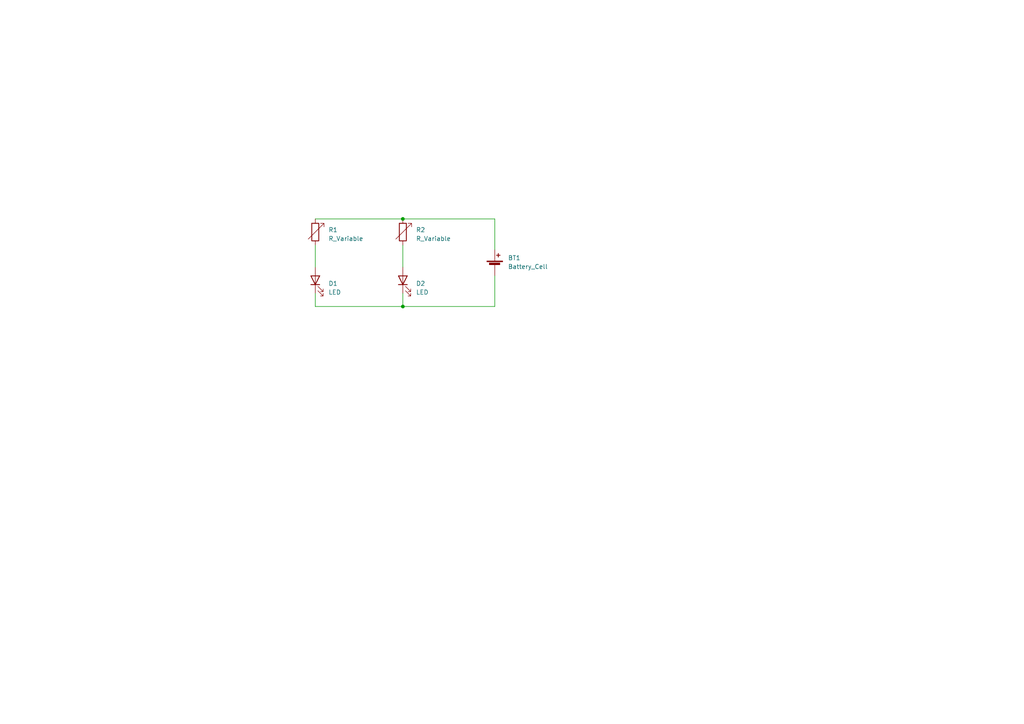
<source format=kicad_sch>
(kicad_sch (version 20230121) (generator eeschema)
  (paper "A4")
  (lib_symbols
    (symbol "Device:Battery_Cell" (pin_numbers hide) (pin_names (offset 0) hide)
      (property "Reference" "BT" (at 2.54 2.54 0))
      (property "Value" "Battery_Cell" (at 2.54 0 0))
      (symbol "Battery_Cell_0_1"
        (rectangle (start -2.286 1.778) (end 2.286 1.524) (fill (type outline)))
        (rectangle (start -1.5748 1.1938) (end 1.4732 0.6858) (fill (type outline)))
        (polyline (pts (xy 0 0.762) (xy 0 0)))
        (polyline (pts (xy 0 1.778) (xy 0 2.54)))
        (polyline (pts (xy 0.508 3.429) (xy 1.524 3.429)) (stroke (width 0.254)))
        (polyline (pts (xy 1.016 3.937) (xy 1.016 2.921)) (stroke (width 0.254)))
      )
      (symbol "Battery_Cell_1_1"
        (pin passive line (at 0 5.08 270) (length 2.54) (name "+") (number "1"))
        (pin passive line (at 0 -2.54 90) (length 2.54) (name "-") (number "2"))
      )
    )
    (symbol "Device:LED" (pin_numbers hide) (pin_names (offset 1.016) hide)
      (property "Reference" "D" (at 0 2.54 0))
      (property "Value" "LED" (at 0 -2.54 0))
      (symbol "LED_0_1"
        (polyline (pts (xy -1.27 -1.27) (xy -1.27 1.27)) (stroke (width 0.254)))
        (polyline (pts (xy -1.27 0) (xy 1.27 0)))
        (polyline (pts (xy 1.27 -1.27) (xy 1.27 1.27) (xy -1.27 0) (xy 1.27 -1.27)) (stroke (width 0.254)))
        (polyline (pts (xy -3.048 -0.762) (xy -4.572 -2.286) (xy -3.81 -2.286) (xy -4.572 -2.286) (xy -4.572 -1.524)))
        (polyline (pts (xy -1.778 -0.762) (xy -3.302 -2.286) (xy -2.54 -2.286) (xy -3.302 -2.286) (xy -3.302 -1.524)))
      )
      (symbol "LED_1_1"
        (pin passive line (at -3.81 0 0) (length 2.54) (name "K") (number "1"))
        (pin passive line (at 3.81 0 180) (length 2.54) (name "A") (number "2"))
      )
    )
    (symbol "Device:R_Variable" (pin_numbers hide) (pin_names (offset 0))
      (property "Reference" "R" (at 2.54 -2.54 90))
      (property "Value" "R_Variable" (at -2.54 -1.27 90))
      (symbol "R_Variable_0_1"
        (rectangle (start -1.016 -2.54) (end 1.016 2.54) (stroke (width 0.254)))
        (polyline (pts (xy 2.54 1.524) (xy 2.54 2.54) (xy 1.524 2.54) (xy 2.54 2.54) (xy -2.032 -2.032)))
      )
      (symbol "R_Variable_1_1"
        (pin passive line (at 0 3.81 270) (length 1.27) (name "~") (number "1"))
        (pin passive line (at 0 -3.81 90) (length 1.27) (name "~") (number "2"))
      )
    )
  )
  (junction (at 116.84 88.9))
  (junction (at 116.84 63.5))
  (wire (pts (xy 143.51 72.39) (xy 143.51 63.5)))
  (wire (pts (xy 116.84 88.9) (xy 143.51 88.9)))
  (wire (pts (xy 116.84 88.9) (xy 116.84 85.09)))
  (wire (pts (xy 91.44 63.5) (xy 116.84 63.5)))
  (wire (pts (xy 91.44 71.12) (xy 91.44 77.47)))
  (wire (pts (xy 91.44 88.9) (xy 116.84 88.9)))
  (wire (pts (xy 116.84 71.12) (xy 116.84 77.47)))
  (wire (pts (xy 143.51 63.5) (xy 116.84 63.5)))
  (wire (pts (xy 143.51 88.9) (xy 143.51 80.01)))
  (wire (pts (xy 91.44 85.09) (xy 91.44 88.9)))
  (symbol (lib_id "Device:LED") (at 116.84 81.28 90) (unit 1)
    (property "Reference" "D2" (at 120.65 82.2325 90) (effects (justify right)))
    (property "Value" "LED" (at 120.65 84.7725 90) (effects (justify right)))
  )
  (symbol (lib_id "Device:R_Variable") (at 91.44 67.31 0) (unit 1)
    (property "Reference" "R1" (at 95.25 66.675 0) (effects (justify left)))
    (property "Value" "R_Variable" (at 95.25 69.215 0) (effects (justify left)))
  )
  (symbol (lib_id "Device:LED") (at 91.44 81.28 90) (unit 1)
    (property "Reference" "D1" (at 95.25 82.2325 90) (effects (justify right)))
    (property "Value" "LED" (at 95.25 84.7725 90) (effects (justify right)))
  )
  (symbol (lib_id "Device:Battery_Cell") (at 143.51 77.47 0) (unit 1)
    (property "Reference" "BT1" (at 147.32 74.803 0) (effects (justify left)))
    (property "Value" "Battery_Cell" (at 147.32 77.343 0) (effects (justify left)))
  )
  (symbol (lib_id "Device:R_Variable") (at 116.84 67.31 0) (unit 1)
    (property "Reference" "R2" (at 120.65 66.675 0) (effects (justify left)))
    (property "Value" "R_Variable" (at 120.65 69.215 0) (effects (justify left)))
  )
)
</source>
